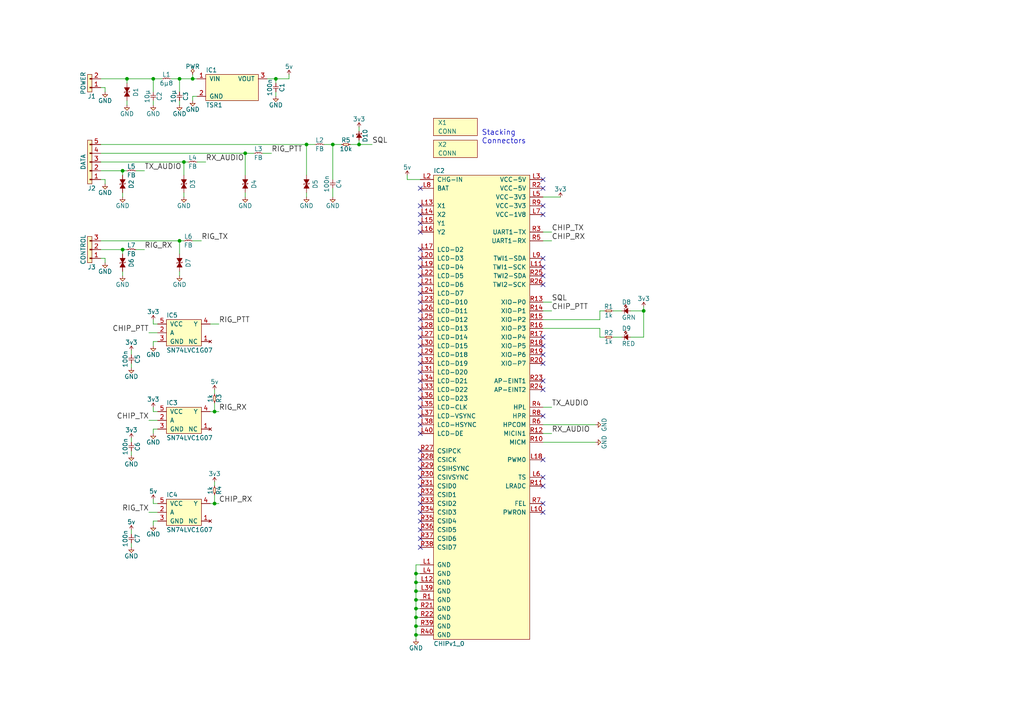
<source format=kicad_sch>
(kicad_sch (version 20230121) (generator eeschema)
  (paper "A4")
  (title_block (title "RIGCHIP") (date "2016-03-27") (rev "1") (company "Dr House Radio Technologies") (comment 1 "Drawn By: Adam Greig"))
  (lib_symbols
    (symbol "rigchip-rescue:3v3" (power) (pin_numbers hide) (pin_names (offset 1.016) hide)
      (property "Value" "3v3" (at 0 2.286 0))
      (symbol "3v3_0_1"
        (polyline (pts (xy 0 1.27) (xy 0.508 0.508)))
        (polyline (pts (xy 0 0) (xy 0 1.27) (xy -0.508 0.508)))
      )
      (symbol "3v3_1_1"
        (pin power_in line (at 0 0 180) (length 0) hide (name "3v3") (number "1"))
      )
    )
    (symbol "rigchip-rescue:5v" (power) (pin_numbers hide) (pin_names (offset 1.016) hide)
      (property "Value" "5v" (at 0 2.286 0))
      (symbol "5v_0_1"
        (polyline (pts (xy 0 1.27) (xy 0.508 0.508)))
        (polyline (pts (xy 0 0) (xy 0 1.27) (xy -0.508 0.508)))
      )
      (symbol "5v_1_1"
        (pin power_in line (at 0 0 180) (length 0) hide (name "5v") (number "1"))
      )
    )
    (symbol "rigchip-rescue:C" (pin_numbers hide) (pin_names (offset 1.016) hide)
      (property "Reference" "C" (at 1.27 1.778 0))
      (property "Value" "C" (at 1.27 -1.778 0))
      (symbol "C_0_1"
        (polyline (pts (xy 1.016 0.762) (xy 1.016 -0.762)))
        (polyline (pts (xy 1.524 0.762) (xy 1.524 -0.762)))
      )
      (symbol "C_1_1"
        (pin passive line (at 0 0 0) (length 1.016) (name "~") (number "1"))
        (pin passive line (at 2.54 0 180) (length 1.016) (name "~") (number "2"))
      )
    )
    (symbol "rigchip-rescue:CHIPv1_0" (pin_names (offset 1.016))
      (property "Reference" "IC" (at -13.97 68.58 0))
      (property "Value" "CHIPv1_0" (at -13.97 -68.58 0))
      (symbol "CHIPv1_0_0_0"
        (pin power_in line (at -17.78 -45.72 0) (length 3.81) (name "GND") (number "L1"))
        (pin input line (at 17.78 -30.48 180) (length 3.81) (name "PWRON") (number "L10"))
        (pin open_collector line (at 17.78 40.64 180) (length 3.81) (name "TWI1-SCK") (number "L11"))
        (pin power_in line (at -17.78 -50.8 0) (length 3.81) (name "GND") (number "L12"))
        (pin input line (at -17.78 58.42 0) (length 3.81) (name "X1") (number "L13"))
        (pin input line (at -17.78 55.88 0) (length 3.81) (name "X2") (number "L14"))
        (pin input line (at -17.78 53.34 0) (length 3.81) (name "Y1") (number "L15"))
        (pin input line (at -17.78 50.8 0) (length 3.81) (name "Y2") (number "L16"))
        (pin bidirectional line (at -17.78 45.72 0) (length 3.81) (name "LCD-D2") (number "L17"))
        (pin output line (at 17.78 -15.24 180) (length 3.81) (name "PWM0") (number "L18"))
        (pin bidirectional line (at -17.78 40.64 0) (length 3.81) (name "LCD-D4") (number "L19"))
        (pin power_in line (at -17.78 66.04 0) (length 3.81) (name "CHG-IN") (number "L2"))
        (pin bidirectional line (at -17.78 43.18 0) (length 3.81) (name "LCD-D3") (number "L20"))
        (pin bidirectional line (at -17.78 35.56 0) (length 3.81) (name "LCD-D6") (number "L21"))
        (pin bidirectional line (at -17.78 38.1 0) (length 3.81) (name "LCD-D5") (number "L22"))
        (pin bidirectional line (at -17.78 30.48 0) (length 3.81) (name "LCD-D10") (number "L23"))
        (pin bidirectional line (at -17.78 33.02 0) (length 3.81) (name "LCD-D7") (number "L24"))
        (pin bidirectional line (at -17.78 25.4 0) (length 3.81) (name "LCD-D12") (number "L25"))
        (pin bidirectional line (at -17.78 27.94 0) (length 3.81) (name "LCD-D11") (number "L26"))
        (pin bidirectional line (at -17.78 20.32 0) (length 3.81) (name "LCD-D14") (number "L27"))
        (pin bidirectional line (at -17.78 22.86 0) (length 3.81) (name "LCD-D13") (number "L28"))
        (pin bidirectional line (at -17.78 15.24 0) (length 3.81) (name "LCD-D18") (number "L29"))
        (pin power_out line (at 17.78 66.04 180) (length 3.81) (name "VCC-5V") (number "L3"))
        (pin bidirectional line (at -17.78 17.78 0) (length 3.81) (name "LCD-D15") (number "L30"))
        (pin bidirectional line (at -17.78 10.16 0) (length 3.81) (name "LCD-D20") (number "L31"))
        (pin bidirectional line (at -17.78 12.7 0) (length 3.81) (name "LCD-D19") (number "L32"))
        (pin bidirectional line (at -17.78 5.08 0) (length 3.81) (name "LCD-D22") (number "L33"))
        (pin bidirectional line (at -17.78 7.62 0) (length 3.81) (name "LCD-D21") (number "L34"))
        (pin bidirectional line (at -17.78 0 0) (length 3.81) (name "LCD-CLK") (number "L35"))
        (pin bidirectional line (at -17.78 2.54 0) (length 3.81) (name "LCD-D23") (number "L36"))
        (pin bidirectional line (at -17.78 -2.54 0) (length 3.81) (name "LCD-VSYNC") (number "L37"))
        (pin bidirectional line (at -17.78 -5.08 0) (length 3.81) (name "LCD-HSYNC") (number "L38"))
        (pin power_in line (at -17.78 -53.34 0) (length 3.81) (name "GND") (number "L39"))
        (pin power_in line (at -17.78 -48.26 0) (length 3.81) (name "GND") (number "L4"))
        (pin bidirectional line (at -17.78 -7.62 0) (length 3.81) (name "LCD-DE") (number "L40"))
        (pin power_out line (at 17.78 60.96 180) (length 3.81) (name "VCC-3V3") (number "L5"))
        (pin input line (at 17.78 -20.32 180) (length 3.81) (name "TS") (number "L6"))
        (pin power_out line (at 17.78 55.88 180) (length 3.81) (name "VCC-1V8") (number "L7"))
        (pin power_in line (at -17.78 63.5 0) (length 3.81) (name "BAT") (number "L8"))
        (pin open_collector line (at 17.78 43.18 180) (length 3.81) (name "TWI1-SDA") (number "L9"))
        (pin power_in line (at -17.78 -55.88 0) (length 3.81) (name "GND") (number "R1"))
        (pin input line (at 17.78 -10.16 180) (length 3.81) (name "MICM") (number "R10"))
        (pin input line (at 17.78 -22.86 180) (length 3.81) (name "LRADC") (number "R11"))
        (pin input line (at 17.78 -7.62 180) (length 3.81) (name "MICIN1") (number "R12"))
        (pin bidirectional line (at 17.78 30.48 180) (length 3.81) (name "XIO-P0") (number "R13"))
        (pin bidirectional line (at 17.78 27.94 180) (length 3.81) (name "XIO-P1") (number "R14"))
        (pin bidirectional line (at 17.78 25.4 180) (length 3.81) (name "XIO-P2") (number "R15"))
        (pin bidirectional line (at 17.78 22.86 180) (length 3.81) (name "XIO-P3") (number "R16"))
        (pin bidirectional line (at 17.78 20.32 180) (length 3.81) (name "XIO-P4") (number "R17"))
        (pin bidirectional line (at 17.78 17.78 180) (length 3.81) (name "XIO-P5") (number "R18"))
        (pin bidirectional line (at 17.78 15.24 180) (length 3.81) (name "XIO-P6") (number "R19"))
        (pin power_out line (at 17.78 63.5 180) (length 3.81) (name "VCC-5V") (number "R2"))
        (pin bidirectional line (at 17.78 12.7 180) (length 3.81) (name "XIO-P7") (number "R20"))
        (pin power_in line (at -17.78 -58.42 0) (length 3.81) (name "GND") (number "R21"))
        (pin power_in line (at -17.78 -60.96 0) (length 3.81) (name "GND") (number "R22"))
        (pin input line (at 17.78 7.62 180) (length 3.81) (name "AP-EINT1") (number "R23"))
        (pin input line (at 17.78 5.08 180) (length 3.81) (name "AP-EINT2") (number "R24"))
        (pin open_collector line (at 17.78 38.1 180) (length 3.81) (name "TWI2-SDA") (number "R25"))
        (pin open_collector line (at 17.78 35.56 180) (length 3.81) (name "TWI2-SCK") (number "R26"))
        (pin bidirectional line (at -17.78 -12.7 0) (length 3.81) (name "CSIPCK") (number "R27"))
        (pin bidirectional line (at -17.78 -15.24 0) (length 3.81) (name "CSICK") (number "R28"))
        (pin bidirectional line (at -17.78 -17.78 0) (length 3.81) (name "CSIHSYNC") (number "R29"))
        (pin output line (at 17.78 50.8 180) (length 3.81) (name "UART1-TX") (number "R3"))
        (pin bidirectional line (at -17.78 -20.32 0) (length 3.81) (name "CSIVSYNC") (number "R30"))
        (pin bidirectional line (at -17.78 -22.86 0) (length 3.81) (name "CSID0") (number "R31"))
        (pin bidirectional line (at -17.78 -25.4 0) (length 3.81) (name "CSID1") (number "R32"))
        (pin bidirectional line (at -17.78 -27.94 0) (length 3.81) (name "CSID2") (number "R33"))
        (pin bidirectional line (at -17.78 -30.48 0) (length 3.81) (name "CSID3") (number "R34"))
        (pin bidirectional line (at -17.78 -33.02 0) (length 3.81) (name "CSID4") (number "R35"))
        (pin bidirectional line (at -17.78 -35.56 0) (length 3.81) (name "CSID5") (number "R36"))
        (pin bidirectional line (at -17.78 -38.1 0) (length 3.81) (name "CSID6") (number "R37"))
        (pin bidirectional line (at -17.78 -40.64 0) (length 3.81) (name "CSID7") (number "R38"))
        (pin power_in line (at -17.78 -63.5 0) (length 3.81) (name "GND") (number "R39"))
        (pin output line (at 17.78 0 180) (length 3.81) (name "HPL") (number "R4"))
        (pin power_in line (at -17.78 -66.04 0) (length 3.81) (name "GND") (number "R40"))
        (pin input line (at 17.78 48.26 180) (length 3.81) (name "UART1-RX") (number "R5"))
        (pin output line (at 17.78 -5.08 180) (length 3.81) (name "HPCOM") (number "R6"))
        (pin input line (at 17.78 -27.94 180) (length 3.81) (name "FEL") (number "R7"))
        (pin output line (at 17.78 -2.54 180) (length 3.81) (name "HPR") (number "R8"))
        (pin power_out line (at 17.78 58.42 180) (length 3.81) (name "VCC-3V3") (number "R9"))
      )
      (symbol "CHIPv1_0_0_1"
        (rectangle (start -13.97 67.31) (end 13.97 -67.31) (fill (type background)))
      )
    )
    (symbol "rigchip-rescue:CONN_01x02" (pin_names (offset 0.0254) hide)
      (property "Reference" "J" (at -1.27 2.54 0))
      (property "Value" "CONN_01x02" (at -1.27 -5.08 0))
      (symbol "CONN_01x02_0_1"
        (rectangle (start 0 -2.413) (end -0.635 -2.667) (fill (type outline)))
        (rectangle (start 0 0.127) (end -0.635 -0.127) (fill (type outline)))
        (rectangle (start 0 1.27) (end -1.27 -3.81) (fill (type background)))
      )
      (symbol "CONN_01x02_1_1"
        (pin passive line (at 2.54 0 180) (length 2.54) (name "1") (number "1"))
        (pin passive line (at 2.54 -2.54 180) (length 2.54) (name "2") (number "2"))
      )
    )
    (symbol "rigchip-rescue:CONN_01x03" (pin_names (offset 0.0254) hide)
      (property "Reference" "J" (at -1.27 2.54 0))
      (property "Value" "CONN_01x03" (at -1.27 -7.62 0))
      (symbol "CONN_01x03_0_1"
        (rectangle (start 0 -4.953) (end -0.635 -5.207) (fill (type outline)))
        (rectangle (start 0 -2.413) (end -0.635 -2.667) (fill (type outline)))
        (rectangle (start 0 0.127) (end -0.635 -0.127) (fill (type outline)))
        (rectangle (start 0 1.27) (end -1.27 -6.35) (fill (type background)))
      )
      (symbol "CONN_01x03_1_1"
        (pin passive line (at 2.54 0 180) (length 2.54) (name "1") (number "1"))
        (pin passive line (at 2.54 -2.54 180) (length 2.54) (name "2") (number "2"))
        (pin passive line (at 2.54 -5.08 180) (length 2.54) (name "3") (number "3"))
      )
    )
    (symbol "rigchip-rescue:CONN_01x05" (pin_names (offset 0.0254) hide)
      (property "Reference" "J" (at -1.27 2.54 0))
      (property "Value" "CONN_01x05" (at -1.27 -12.7 0))
      (symbol "CONN_01x05_0_1"
        (rectangle (start 0 -10.033) (end -0.635 -10.287) (fill (type outline)))
        (rectangle (start 0 -7.493) (end -0.635 -7.747) (fill (type outline)))
        (rectangle (start 0 -4.953) (end -0.635 -5.207) (fill (type outline)))
        (rectangle (start 0 -2.413) (end -0.635 -2.667) (fill (type outline)))
        (rectangle (start 0 0.127) (end -0.635 -0.127) (fill (type outline)))
        (rectangle (start 0 1.27) (end -1.27 -11.43) (fill (type background)))
      )
      (symbol "CONN_01x05_1_1"
        (pin passive line (at 2.54 0 180) (length 2.54) (name "1") (number "1"))
        (pin passive line (at 2.54 -2.54 180) (length 2.54) (name "2") (number "2"))
        (pin passive line (at 2.54 -5.08 180) (length 2.54) (name "3") (number "3"))
        (pin passive line (at 2.54 -7.62 180) (length 2.54) (name "4") (number "4"))
        (pin passive line (at 2.54 -10.16 180) (length 2.54) (name "5") (number "5"))
      )
    )
    (symbol "rigchip-rescue:ESD_DIODE" (pin_numbers hide) (pin_names (offset 0) hide)
      (property "Reference" "D" (at -1.27 2.54 0))
      (symbol "ESD_DIODE_0_1"
        (polyline (pts (xy 0 -0.762) (xy 0.254 -0.762)))
        (polyline (pts (xy 0 0.762) (xy -0.254 0.762)))
        (polyline (pts (xy 0 0.762) (xy 0 -0.762)))
        (polyline (pts (xy 0 0) (xy -1.27 0.762) (xy -1.27 -0.762) (xy 0 0)) (fill (type outline)))
        (polyline (pts (xy 0 0) (xy 1.27 0.762) (xy 1.27 -0.762) (xy 0 0)) (fill (type outline)))
      )
      (symbol "ESD_DIODE_1_1"
        (pin passive line (at -2.54 0 0) (length 1.27) (name "1") (number "1"))
        (pin passive line (at 2.54 0 180) (length 1.27) (name "2") (number "2"))
      )
    )
    (symbol "rigchip-rescue:GND" (power) (pin_numbers hide) (pin_names (offset 1.016) hide)
      (property "Value" "GND" (at 0 -2.54 0))
      (symbol "GND_0_1"
        (polyline (pts (xy 0 0) (xy 0 -0.762)))
        (polyline (pts (xy -0.762 -0.762) (xy 0.762 -0.762) (xy 0 -1.524) (xy -0.762 -0.762)) (fill (type background)))
      )
      (symbol "GND_1_1"
        (pin power_in line (at 0 0 180) (length 0) hide (name "GND") (number "1"))
      )
    )
    (symbol "rigchip-rescue:L" (pin_numbers hide) (pin_names (offset 1.016) hide)
      (property "Reference" "L" (at 1.27 1.27 0))
      (property "Value" "L" (at 1.27 -1.27 0))
      (symbol "L_0_1"
        (arc (start 1.016 0) (mid 0.762 0.2529) (end 0.508 0))
        (arc (start 1.524 0) (mid 1.27 0.2529) (end 1.016 0))
        (arc (start 2.032 0) (mid 1.778 0.2529) (end 1.524 0))
      )
      (symbol "L_1_1"
        (pin passive line (at 0 0 0) (length 0.508) (name "~") (number "1"))
        (pin passive line (at 2.54 0 180) (length 0.508) (name "~") (number "2"))
      )
    )
    (symbol "rigchip-rescue:LED" (pin_numbers hide) (pin_names (offset 1.016) hide)
      (property "Reference" "D" (at 0 2.54 0))
      (property "Value" "LED" (at 0 -1.905 0))
      (symbol "LED_0_1"
        (polyline (pts (xy 0.762 0.762) (xy 0.762 -0.762)))
        (polyline (pts (xy 0.762 0) (xy 1.778 0.762) (xy 1.778 -0.762) (xy 0.762 0)) (fill (type outline)))
        (polyline (pts (xy 1.524 1.016) (xy 1.27 1.27) (xy 1.524 1.27) (xy 1.016 1.778) (xy 1.016 1.524) (xy 1.27 1.778) (xy 1.016 1.778)))
        (polyline (pts (xy 1.27 0.762) (xy 1.016 1.016) (xy 1.27 1.016) (xy 1.016 1.27) (xy 0.762 1.524) (xy 0.762 1.27) (xy 1.016 1.524) (xy 0.762 1.524)))
      )
      (symbol "LED_1_1"
        (pin passive line (at 0 0 0) (length 0.762) (name "~") (number "1"))
        (pin passive line (at 2.54 0 180) (length 0.762) (name "~") (number "2"))
      )
    )
    (symbol "rigchip-rescue:PART" (pin_names (offset 1.016))
      (property "Reference" "X" (at 1.27 2.54 0))
      (property "Value" "PART" (at 1.27 0 0))
      (symbol "PART_0_1"
        (rectangle (start 0 3.81) (end 12.7 -1.27) (fill (type background)))
      )
    )
    (symbol "rigchip-rescue:PWR" (power) (pin_numbers hide) (pin_names (offset 1.016) hide)
      (property "Value" "PWR" (at 0 2.286 0))
      (symbol "PWR_0_1"
        (polyline (pts (xy 0 0.508) (xy -0.508 1.016) (xy 0 1.524) (xy 0.508 1.016) (xy 0 0.508)) (fill (type background)))
      )
      (symbol "PWR_1_1"
        (pin power_out line (at 0 0 90) (length 0.508) (name "pwr") (number "1"))
      )
    )
    (symbol "rigchip-rescue:R" (pin_numbers hide) (pin_names (offset 1.016) hide)
      (property "Reference" "R" (at 1.27 1.27 0))
      (property "Value" "R" (at 1.27 -1.27 0))
      (symbol "R_0_1"
        (rectangle (start 0.508 0.254) (end 2.032 -0.254) (fill (type background)))
      )
      (symbol "R_1_1"
        (pin passive line (at 0 0 0) (length 0.508) (name "~") (number "1"))
        (pin passive line (at 2.54 0 180) (length 0.508) (name "~") (number "2"))
      )
    )
    (symbol "rigchip-rescue:SCHOTTKY" (pin_numbers hide) (pin_names (offset 1.016) hide)
      (property "Reference" "D" (at 1.27 1.778 0))
      (property "Value" "SCHOTTKY" (at 1.27 -1.778 0))
      (symbol "SCHOTTKY_0_1"
        (polyline (pts (xy 0.762 0.762) (xy 0.762 -0.762)))
        (polyline (pts (xy 0.762 -0.762) (xy 1.016 -0.762) (xy 1.016 -0.508)))
        (polyline (pts (xy 0.762 0.762) (xy 0.508 0.762) (xy 0.508 0.508)))
        (polyline (pts (xy 1.778 0.762) (xy 0.762 0) (xy 1.778 -0.762) (xy 1.778 0.762)) (fill (type outline)))
      )
      (symbol "SCHOTTKY_1_1"
        (pin passive line (at 0 0 0) (length 0.762) (name "~") (number "1"))
        (pin passive line (at 2.54 0 180) (length 0.762) (name "~") (number "2"))
      )
    )
    (symbol "rigchip-rescue:SN74LVC1G07" (pin_names (offset 1.016))
      (property "Reference" "IC" (at -5.08 5.08 0))
      (property "Value" "SN74LVC1G07" (at -5.08 -5.08 0))
      (symbol "SN74LVC1G07_0_0"
        (pin no_connect line (at 7.62 -2.54 180) (length 2.54) (name "NC") (number "1"))
        (pin input line (at -7.62 0 0) (length 2.54) (name "A") (number "2"))
        (pin power_in line (at -7.62 -2.54 0) (length 2.54) (name "GND") (number "3"))
        (pin open_collector line (at 7.62 2.54 180) (length 2.54) (name "Y") (number "4"))
        (pin power_in line (at -7.62 2.54 0) (length 2.54) (name "VCC") (number "5"))
      )
      (symbol "SN74LVC1G07_0_1"
        (rectangle (start -5.08 3.81) (end 5.08 -3.81) (fill (type background)))
      )
    )
    (symbol "rigchip-rescue:TSR1" (pin_names (offset 1.016))
      (property "Reference" "IC" (at -7.62 5.08 0))
      (property "Value" "TSR1" (at -7.62 -5.08 0))
      (symbol "TSR1_0_0"
        (pin power_in line (at -10.16 2.54 0) (length 2.54) (name "VIN") (number "1"))
        (pin power_in line (at -10.16 -2.54 0) (length 2.54) (name "GND") (number "2"))
        (pin power_out line (at 10.16 2.54 180) (length 2.54) (name "VOUT") (number "3"))
      )
      (symbol "TSR1_0_1"
        (rectangle (start -7.62 3.81) (end 7.62 -3.81) (fill (type background)))
      )
    )
  )
  (junction (at 120.65 179.07))
  (junction (at 120.65 181.61))
  (junction (at 35.56 49.53))
  (junction (at 96.52 41.91))
  (junction (at 120.65 171.45))
  (junction (at 120.65 166.37))
  (junction (at 53.34 46.99))
  (junction (at 186.69 90.17))
  (junction (at 120.65 168.91))
  (junction (at 120.65 184.15))
  (junction (at 62.23 146.05))
  (junction (at 62.23 119.38))
  (junction (at 120.65 176.53))
  (junction (at 44.45 22.86))
  (junction (at 71.12 44.45))
  (junction (at 80.01 22.86))
  (junction (at 35.56 72.39))
  (junction (at 52.07 69.85))
  (junction (at 55.88 22.86))
  (junction (at 52.07 22.86))
  (junction (at 120.65 173.99))
  (junction (at 104.14 41.91))
  (junction (at 36.83 22.86))
  (junction (at 88.9 41.91))
  (no_connect (at 121.92 74.93))
  (no_connect (at 157.48 82.55))
  (no_connect (at 121.92 107.95))
  (no_connect (at 157.48 133.35))
  (no_connect (at 157.48 140.97))
  (no_connect (at 121.92 90.17))
  (no_connect (at 157.48 102.87))
  (no_connect (at 121.92 135.89))
  (no_connect (at 121.92 59.69))
  (no_connect (at 121.92 140.97))
  (no_connect (at 121.92 80.01))
  (no_connect (at 121.92 125.73))
  (no_connect (at 121.92 100.33))
  (no_connect (at 157.48 62.23))
  (no_connect (at 121.92 97.79))
  (no_connect (at 121.92 95.25))
  (no_connect (at 157.48 74.93))
  (no_connect (at 121.92 64.77))
  (no_connect (at 157.48 110.49))
  (no_connect (at 157.48 120.65))
  (no_connect (at 157.48 148.59))
  (no_connect (at 157.48 105.41))
  (no_connect (at 121.92 120.65))
  (no_connect (at 121.92 133.35))
  (no_connect (at 121.92 158.75))
  (no_connect (at 121.92 85.09))
  (no_connect (at 157.48 113.03))
  (no_connect (at 121.92 138.43))
  (no_connect (at 121.92 115.57))
  (no_connect (at 157.48 59.69))
  (no_connect (at 121.92 123.19))
  (no_connect (at 121.92 148.59))
  (no_connect (at 121.92 102.87))
  (no_connect (at 157.48 80.01))
  (no_connect (at 157.48 146.05))
  (no_connect (at 121.92 146.05))
  (no_connect (at 121.92 105.41))
  (no_connect (at 121.92 156.21))
  (no_connect (at 121.92 110.49))
  (no_connect (at 121.92 118.11))
  (no_connect (at 121.92 151.13))
  (no_connect (at 121.92 62.23))
  (no_connect (at 157.48 54.61))
  (no_connect (at 121.92 82.55))
  (no_connect (at 121.92 54.61))
  (no_connect (at 157.48 97.79))
  (no_connect (at 121.92 67.31))
  (no_connect (at 121.92 153.67))
  (no_connect (at 121.92 113.03))
  (no_connect (at 121.92 130.81))
  (no_connect (at 157.48 138.43))
  (no_connect (at 121.92 92.71))
  (no_connect (at 157.48 77.47))
  (no_connect (at 157.48 100.33))
  (no_connect (at 121.92 87.63))
  (no_connect (at 121.92 77.47))
  (no_connect (at 157.48 52.07))
  (no_connect (at 121.92 72.39))
  (no_connect (at 121.92 143.51))
  (wire (pts (xy 93.98 41.91) (xy 96.52 41.91)))
  (wire (pts (xy 44.45 118.11) (xy 44.45 119.38)))
  (wire (pts (xy 44.45 99.06) (xy 44.45 100.33)))
  (wire (pts (xy 44.45 152.4) (xy 44.45 151.13)))
  (wire (pts (xy 88.9 41.91) (xy 88.9 50.8)))
  (wire (pts (xy 38.1 132.08) (xy 38.1 130.81)))
  (wire (pts (xy 52.07 78.74) (xy 52.07 80.01)))
  (wire (pts (xy 38.1 158.75) (xy 38.1 157.48)))
  (wire (pts (xy 35.56 72.39) (xy 35.56 73.66)))
  (wire (pts (xy 39.37 72.39) (xy 41.91 72.39)))
  (wire (pts (xy 36.83 22.86) (xy 44.45 22.86)))
  (wire (pts (xy 35.56 49.53) (xy 35.56 50.8)))
  (wire (pts (xy 88.9 41.91) (xy 91.44 41.91)))
  (wire (pts (xy 160.02 90.17) (xy 157.48 90.17)))
  (wire (pts (xy 172.72 128.27) (xy 157.48 128.27)))
  (wire (pts (xy 44.45 144.78) (xy 44.45 146.05)))
  (wire (pts (xy 44.45 124.46) (xy 44.45 125.73)))
  (wire (pts (xy 104.14 41.91) (xy 104.14 40.64)))
  (wire (pts (xy 80.01 24.13) (xy 80.01 22.86)))
  (wire (pts (xy 177.8 97.79) (xy 180.34 97.79)))
  (wire (pts (xy 71.12 44.45) (xy 71.12 50.8)))
  (wire (pts (xy 120.65 184.15) (xy 121.92 184.15)))
  (wire (pts (xy 29.21 74.93) (xy 30.48 74.93)))
  (wire (pts (xy 186.69 97.79) (xy 182.88 97.79)))
  (wire (pts (xy 160.02 67.31) (xy 157.48 67.31)))
  (wire (pts (xy 62.23 146.05) (xy 63.5 146.05)))
  (wire (pts (xy 55.88 27.94) (xy 55.88 29.21)))
  (wire (pts (xy 29.21 69.85) (xy 52.07 69.85)))
  (wire (pts (xy 29.21 22.86) (xy 36.83 22.86)))
  (wire (pts (xy 157.48 57.15) (xy 162.56 57.15)))
  (wire (pts (xy 121.92 163.83) (xy 120.65 163.83)))
  (wire (pts (xy 62.23 113.03) (xy 62.23 114.3)))
  (wire (pts (xy 157.48 118.11) (xy 160.02 118.11)))
  (wire (pts (xy 45.72 121.92) (xy 43.18 121.92)))
  (wire (pts (xy 62.23 139.7) (xy 62.23 140.97)))
  (wire (pts (xy 62.23 146.05) (xy 62.23 143.51)))
  (wire (pts (xy 120.65 166.37) (xy 120.65 168.91)))
  (wire (pts (xy 49.53 22.86) (xy 52.07 22.86)))
  (wire (pts (xy 96.52 41.91) (xy 99.06 41.91)))
  (wire (pts (xy 121.92 171.45) (xy 120.65 171.45)))
  (wire (pts (xy 44.45 29.21) (xy 44.45 30.48)))
  (wire (pts (xy 55.88 22.86) (xy 57.15 22.86)))
  (wire (pts (xy 120.65 184.15) (xy 120.65 185.42)))
  (wire (pts (xy 35.56 49.53) (xy 36.83 49.53)))
  (wire (pts (xy 29.21 72.39) (xy 35.56 72.39)))
  (wire (pts (xy 44.45 151.13) (xy 45.72 151.13)))
  (wire (pts (xy 71.12 44.45) (xy 73.66 44.45)))
  (wire (pts (xy 53.34 46.99) (xy 54.61 46.99)))
  (wire (pts (xy 52.07 69.85) (xy 53.34 69.85)))
  (wire (pts (xy 29.21 44.45) (xy 71.12 44.45)))
  (wire (pts (xy 29.21 46.99) (xy 53.34 46.99)))
  (wire (pts (xy 60.96 119.38) (xy 62.23 119.38)))
  (wire (pts (xy 120.65 171.45) (xy 120.65 173.99)))
  (wire (pts (xy 157.48 95.25) (xy 173.99 95.25)))
  (wire (pts (xy 121.92 181.61) (xy 120.65 181.61)))
  (wire (pts (xy 60.96 146.05) (xy 62.23 146.05)))
  (wire (pts (xy 120.65 181.61) (xy 120.65 184.15)))
  (wire (pts (xy 55.88 69.85) (xy 58.42 69.85)))
  (wire (pts (xy 118.11 52.07) (xy 121.92 52.07)))
  (wire (pts (xy 30.48 52.07) (xy 30.48 53.34)))
  (wire (pts (xy 83.82 22.86) (xy 83.82 21.59)))
  (wire (pts (xy 160.02 125.73) (xy 157.48 125.73)))
  (wire (pts (xy 104.14 41.91) (xy 107.95 41.91)))
  (wire (pts (xy 59.69 46.99) (xy 57.15 46.99)))
  (wire (pts (xy 101.6 41.91) (xy 104.14 41.91)))
  (wire (pts (xy 36.83 29.21) (xy 36.83 30.48)))
  (wire (pts (xy 118.11 52.07) (xy 118.11 50.8)))
  (wire (pts (xy 44.45 146.05) (xy 45.72 146.05)))
  (wire (pts (xy 35.56 72.39) (xy 36.83 72.39)))
  (wire (pts (xy 120.65 168.91) (xy 121.92 168.91)))
  (wire (pts (xy 53.34 55.88) (xy 53.34 57.15)))
  (wire (pts (xy 186.69 88.9) (xy 186.69 90.17)))
  (wire (pts (xy 30.48 74.93) (xy 30.48 76.2)))
  (wire (pts (xy 157.48 123.19) (xy 172.72 123.19)))
  (wire (pts (xy 38.1 102.87) (xy 38.1 101.6)))
  (wire (pts (xy 173.99 92.71) (xy 173.99 90.17)))
  (wire (pts (xy 43.18 148.59) (xy 45.72 148.59)))
  (wire (pts (xy 52.07 22.86) (xy 52.07 26.67)))
  (wire (pts (xy 38.1 128.27) (xy 38.1 127)))
  (wire (pts (xy 45.72 124.46) (xy 44.45 124.46)))
  (wire (pts (xy 96.52 54.61) (xy 96.52 57.15)))
  (wire (pts (xy 120.65 173.99) (xy 120.65 176.53)))
  (wire (pts (xy 29.21 41.91) (xy 88.9 41.91)))
  (wire (pts (xy 53.34 46.99) (xy 53.34 50.8)))
  (wire (pts (xy 77.47 22.86) (xy 80.01 22.86)))
  (wire (pts (xy 88.9 55.88) (xy 88.9 57.15)))
  (wire (pts (xy 173.99 95.25) (xy 173.99 97.79)))
  (wire (pts (xy 39.37 49.53) (xy 41.91 49.53)))
  (wire (pts (xy 44.45 22.86) (xy 46.99 22.86)))
  (wire (pts (xy 44.45 92.71) (xy 44.45 93.98)))
  (wire (pts (xy 45.72 96.52) (xy 43.18 96.52)))
  (wire (pts (xy 186.69 90.17) (xy 186.69 97.79)))
  (wire (pts (xy 120.65 168.91) (xy 120.65 171.45)))
  (wire (pts (xy 104.14 36.83) (xy 104.14 38.1)))
  (wire (pts (xy 62.23 119.38) (xy 63.5 119.38)))
  (wire (pts (xy 173.99 97.79) (xy 175.26 97.79)))
  (wire (pts (xy 76.2 44.45) (xy 78.74 44.45)))
  (wire (pts (xy 60.96 93.98) (xy 63.5 93.98)))
  (wire (pts (xy 120.65 173.99) (xy 121.92 173.99)))
  (wire (pts (xy 160.02 87.63) (xy 157.48 87.63)))
  (wire (pts (xy 177.8 90.17) (xy 180.34 90.17)))
  (wire (pts (xy 44.45 93.98) (xy 45.72 93.98)))
  (wire (pts (xy 45.72 99.06) (xy 44.45 99.06)))
  (wire (pts (xy 52.07 69.85) (xy 52.07 73.66)))
  (wire (pts (xy 38.1 106.68) (xy 38.1 105.41)))
  (wire (pts (xy 120.65 176.53) (xy 120.65 179.07)))
  (wire (pts (xy 121.92 166.37) (xy 120.65 166.37)))
  (wire (pts (xy 29.21 52.07) (xy 30.48 52.07)))
  (wire (pts (xy 80.01 27.94) (xy 80.01 26.67)))
  (wire (pts (xy 120.65 179.07) (xy 120.65 181.61)))
  (wire (pts (xy 44.45 22.86) (xy 44.45 26.67)))
  (wire (pts (xy 62.23 116.84) (xy 62.23 119.38)))
  (wire (pts (xy 80.01 22.86) (xy 83.82 22.86)))
  (wire (pts (xy 30.48 25.4) (xy 29.21 25.4)))
  (wire (pts (xy 173.99 90.17) (xy 175.26 90.17)))
  (wire (pts (xy 36.83 24.13) (xy 36.83 22.86)))
  (wire (pts (xy 35.56 55.88) (xy 35.56 57.15)))
  (wire (pts (xy 55.88 21.59) (xy 55.88 22.86)))
  (wire (pts (xy 52.07 22.86) (xy 55.88 22.86)))
  (wire (pts (xy 157.48 92.71) (xy 173.99 92.71)))
  (wire (pts (xy 121.92 176.53) (xy 120.65 176.53)))
  (wire (pts (xy 30.48 25.4) (xy 30.48 26.67)))
  (wire (pts (xy 120.65 179.07) (xy 121.92 179.07)))
  (wire (pts (xy 29.21 49.53) (xy 35.56 49.53)))
  (wire (pts (xy 57.15 27.94) (xy 55.88 27.94)))
  (wire (pts (xy 35.56 80.01) (xy 35.56 78.74)))
  (wire (pts (xy 71.12 55.88) (xy 71.12 57.15)))
  (wire (pts (xy 52.07 29.21) (xy 52.07 30.48)))
  (wire (pts (xy 120.65 163.83) (xy 120.65 166.37)))
  (wire (pts (xy 160.02 69.85) (xy 157.48 69.85)))
  (wire (pts (xy 38.1 154.94) (xy 38.1 153.67)))
  (wire (pts (xy 96.52 41.91) (xy 96.52 52.07)))
  (wire (pts (xy 182.88 90.17) (xy 186.69 90.17)))
  (wire (pts (xy 44.45 119.38) (xy 45.72 119.38)))
  (text "Stacking\nConnectors" (at 139.7 41.91 0) (effects (font (size 1.524 1.524)) (justify left bottom)))
  (label "RIG_PTT" (at 78.74 44.45 0) (effects (font (size 1.524 1.524))))
  (label "RX_AUDIO" (at 160.02 125.73 0) (effects (font (size 1.524 1.524))))
  (label "CHIP_PTT" (at 43.18 96.52 180) (effects (font (size 1.524 1.524))))
  (label "CHIP_RX" (at 63.5 146.05 0) (effects (font (size 1.524 1.524))))
  (label "TX_AUDIO" (at 41.91 49.53 0) (effects (font (size 1.524 1.524))))
  (label "SQL" (at 107.95 41.91 0) (effects (font (size 1.524 1.524))))
  (label "RX_AUDIO" (at 59.69 46.99 0) (effects (font (size 1.524 1.524))))
  (label "CHIP_PTT" (at 160.02 90.17 0) (effects (font (size 1.524 1.524))))
  (label "RIG_RX" (at 41.91 72.39 0) (effects (font (size 1.524 1.524))))
  (label "CHIP_TX" (at 160.02 67.31 0) (effects (font (size 1.524 1.524))))
  (label "SQL" (at 160.02 87.63 0) (effects (font (size 1.524 1.524))))
  (label "RIG_TX" (at 58.42 69.85 0) (effects (font (size 1.524 1.524))))
  (label "RIG_RX" (at 63.5 119.38 0) (effects (font (size 1.524 1.524))))
  (label "CHIP_RX" (at 160.02 69.85 0) (effects (font (size 1.524 1.524))))
  (label "RIG_TX" (at 43.18 148.59 180) (effects (font (size 1.524 1.524))))
  (label "CHIP_TX" (at 43.18 121.92 180) (effects (font (size 1.524 1.524))))
  (label "TX_AUDIO" (at 160.02 118.11 0) (effects (font (size 1.524 1.524))))
  (label "RIG_PTT" (at 63.5 93.98 0) (effects (font (size 1.524 1.524))))
  (symbol (lib_id "rigchip-rescue:CHIPv1_0") (at 139.7 118.11 0) (unit 1)
    (property "Reference" "IC2" (at 125.73 49.53 0) (effects (justify left)))
    (property "Value" "CHIPv1_0" (at 125.73 186.69 0) (effects (justify left)))
    (property "Footprint" "agg:CHIPv1_0" (effects hide))
    (property "Datasheet" "http://docs.getchip.com/#chip-hardware" (effects hide))
  )
  (symbol (lib_id "rigchip-rescue:CONN_01x05") (at 26.67 52.07 0) (mirror x) (unit 1)
    (property "Reference" "J2" (at 25.4 54.61 0) (effects (justify left)))
    (property "Value" "DATA" (at 24.13 46.99 90))
    (property "Footprint" "agg:S05B-PASK-2" (effects hide))
    (property "Farnell" "1830750" (effects hide))
  )
  (symbol (lib_id "rigchip-rescue:CONN_01x03") (at 26.67 74.93 0) (mirror x) (unit 1)
    (property "Reference" "J3" (at 25.4 77.47 0) (effects (justify left)))
    (property "Value" "CONTROL" (at 24.13 72.39 90))
    (property "Footprint" "agg:S03B-PASK-2" (effects hide))
    (property "Farnell" "1830748" (effects hide))
  )
  (symbol (lib_id "rigchip-rescue:CONN_01x02") (at 26.67 25.4 0) (mirror x) (unit 1)
    (property "Reference" "J1" (at 25.4 27.94 0) (effects (justify left)))
    (property "Value" "POWER" (at 24.13 24.13 90))
    (property "Footprint" "agg:S02B-PASK-2" (effects hide))
    (property "Farnell" "1830747" (effects hide))
  )
  (symbol (lib_id "rigchip-rescue:TSR1") (at 67.31 25.4 0) (unit 1)
    (property "Reference" "IC1" (at 59.69 20.32 0) (effects (justify left)))
    (property "Value" "TSR1" (at 59.69 30.48 0) (effects (justify left)))
    (property "Footprint" "agg:TSR1" (effects hide))
    (property "Datasheet" "http://www.tracopower.com/products/tsr1.pdf" (effects hide))
    (property "Farnell" "1696320" (effects hide))
  )
  (symbol (lib_id "rigchip-rescue:C") (at 44.45 26.67 270) (unit 1)
    (property "Reference" "C2" (at 46.228 27.94 0))
    (property "Value" "10µ" (at 42.672 27.94 0))
    (property "Footprint" "agg:1206" (effects hide))
    (property "Farnell" "2211092" (effects hide))
  )
  (symbol (lib_id "rigchip-rescue:C") (at 52.07 26.67 270) (unit 1)
    (property "Reference" "C3" (at 53.848 27.94 0))
    (property "Value" "10µ" (at 50.292 27.94 0))
    (property "Footprint" "agg:1206" (effects hide))
    (property "Farnell" "2211092" (effects hide))
  )
  (symbol (lib_id "rigchip-rescue:L") (at 46.99 22.86 0) (unit 1)
    (property "Reference" "L1" (at 48.26 21.59 0))
    (property "Value" "6µ8" (at 48.26 24.13 0))
    (property "Footprint" "agg:TYS5040" (effects hide))
    (property "Datasheet" "http://www.farnell.com/datasheets/1685894.pdf" (effects hide))
    (property "Farnell" "2292530" (effects hide))
  )
  (symbol (lib_id "rigchip-rescue:ESD_DIODE") (at 36.83 26.67 270) (unit 1)
    (property "Reference" "D1" (at 39.37 25.4 0) (effects (justify left)))
    (property "Value" "ESD_DIODE" (effects hide))
    (property "Footprint" "agg:0402" (effects hide))
    (property "Farnell" "2368169" (effects hide))
  )
  (symbol (lib_id "rigchip-rescue:ESD_DIODE") (at 35.56 76.2 270) (unit 1)
    (property "Reference" "D6" (at 38.1 74.93 0) (effects (justify left)))
    (property "Value" "ESD_DIODE" (effects hide))
    (property "Footprint" "agg:0402" (effects hide))
    (property "Farnell" "2368169" (effects hide))
  )
  (symbol (lib_id "rigchip-rescue:ESD_DIODE") (at 52.07 76.2 270) (unit 1)
    (property "Reference" "D7" (at 54.61 74.93 0) (effects (justify left)))
    (property "Value" "ESD_DIODE" (effects hide))
    (property "Footprint" "agg:0402" (effects hide))
    (property "Farnell" "2368169" (effects hide))
  )
  (symbol (lib_id "rigchip-rescue:ESD_DIODE") (at 88.9 53.34 270) (unit 1)
    (property "Reference" "D5" (at 91.44 52.07 0) (effects (justify left)))
    (property "Value" "ESD_DIODE" (effects hide))
    (property "Footprint" "agg:0402" (effects hide))
    (property "Farnell" "2368169" (effects hide))
  )
  (symbol (lib_id "rigchip-rescue:ESD_DIODE") (at 71.12 53.34 270) (unit 1)
    (property "Reference" "D4" (at 73.66 52.07 0) (effects (justify left)))
    (property "Value" "ESD_DIODE" (effects hide))
    (property "Footprint" "agg:0402" (effects hide))
    (property "Farnell" "2368169" (effects hide))
  )
  (symbol (lib_id "rigchip-rescue:ESD_DIODE") (at 53.34 53.34 270) (unit 1)
    (property "Reference" "D3" (at 55.88 52.07 0) (effects (justify left)))
    (property "Value" "ESD_DIODE" (effects hide))
    (property "Footprint" "agg:0402" (effects hide))
    (property "Farnell" "2368169" (effects hide))
  )
  (symbol (lib_id "rigchip-rescue:ESD_DIODE") (at 35.56 53.34 270) (unit 1)
    (property "Reference" "D2" (at 38.1 52.07 0) (effects (justify left)))
    (property "Value" "ESD_DIODE" (effects hide))
    (property "Footprint" "agg:0402" (effects hide))
    (property "Farnell" "2368169" (effects hide))
  )
  (symbol (lib_id "rigchip-rescue:L") (at 36.83 49.53 0) (unit 1)
    (property "Reference" "L5" (at 38.1 48.26 0))
    (property "Value" "FB" (at 38.1 50.8 0))
    (property "Footprint" "agg:0603" (effects hide))
    (property "Farnell" "1463451" (effects hide))
  )
  (symbol (lib_id "rigchip-rescue:C") (at 96.52 52.07 270) (unit 1)
    (property "Reference" "C4" (at 98.298 53.34 0))
    (property "Value" "100n" (at 94.742 53.34 0))
    (property "Footprint" "agg:0603" (effects hide))
    (property "Farnell" "2496834" (effects hide))
  )
  (symbol (lib_id "rigchip-rescue:GND") (at 30.48 26.67 0) (unit 1)
    (property "Reference" "#PWR01" (effects hide))
    (property "Value" "GND" (at 30.48 29.21 0))
  )
  (symbol (lib_id "rigchip-rescue:GND") (at 36.83 30.48 0) (unit 1)
    (property "Reference" "#PWR02" (effects hide))
    (property "Value" "GND" (at 36.83 33.02 0))
  )
  (symbol (lib_id "rigchip-rescue:GND") (at 44.45 30.48 0) (unit 1)
    (property "Reference" "#PWR03" (effects hide))
    (property "Value" "GND" (at 44.45 33.02 0))
  )
  (symbol (lib_id "rigchip-rescue:GND") (at 52.07 30.48 0) (unit 1)
    (property "Reference" "#PWR04" (effects hide))
    (property "Value" "GND" (at 52.07 33.02 0))
  )
  (symbol (lib_id "rigchip-rescue:GND") (at 55.88 29.21 0) (unit 1)
    (property "Reference" "#PWR05" (effects hide))
    (property "Value" "GND" (at 55.88 31.75 0))
  )
  (symbol (lib_id "rigchip-rescue:5v") (at 83.82 21.59 0) (unit 1)
    (property "Reference" "#PWR06" (effects hide))
    (property "Value" "5v" (at 83.82 19.304 0))
  )
  (symbol (lib_id "rigchip-rescue:C") (at 80.01 24.13 270) (unit 1)
    (property "Reference" "C1" (at 81.788 25.4 0))
    (property "Value" "100n" (at 78.232 25.4 0))
    (property "Footprint" "agg:0603" (effects hide))
    (property "Farnell" "2496834" (effects hide))
  )
  (symbol (lib_id "rigchip-rescue:GND") (at 80.01 27.94 0) (unit 1)
    (property "Reference" "#PWR07" (effects hide))
    (property "Value" "GND" (at 80.01 30.48 0))
  )
  (symbol (lib_id "rigchip-rescue:GND") (at 30.48 53.34 0) (unit 1)
    (property "Reference" "#PWR08" (effects hide))
    (property "Value" "GND" (at 30.48 55.88 0))
  )
  (symbol (lib_id "rigchip-rescue:GND") (at 35.56 57.15 0) (unit 1)
    (property "Reference" "#PWR09" (effects hide))
    (property "Value" "GND" (at 35.56 59.69 0))
  )
  (symbol (lib_id "rigchip-rescue:GND") (at 53.34 57.15 0) (unit 1)
    (property "Reference" "#PWR010" (effects hide))
    (property "Value" "GND" (at 53.34 59.69 0))
  )
  (symbol (lib_id "rigchip-rescue:GND") (at 71.12 57.15 0) (unit 1)
    (property "Reference" "#PWR011" (effects hide))
    (property "Value" "GND" (at 71.12 59.69 0))
  )
  (symbol (lib_id "rigchip-rescue:GND") (at 88.9 57.15 0) (unit 1)
    (property "Reference" "#PWR012" (effects hide))
    (property "Value" "GND" (at 88.9 59.69 0))
  )
  (symbol (lib_id "rigchip-rescue:GND") (at 96.52 57.15 0) (unit 1)
    (property "Reference" "#PWR013" (effects hide))
    (property "Value" "GND" (at 96.52 59.69 0))
  )
  (symbol (lib_id "rigchip-rescue:L") (at 54.61 46.99 0) (unit 1)
    (property "Reference" "L4" (at 55.88 45.72 0))
    (property "Value" "FB" (at 55.88 48.26 0))
    (property "Footprint" "agg:0603" (effects hide))
    (property "Farnell" "1463451" (effects hide))
  )
  (symbol (lib_id "rigchip-rescue:L") (at 73.66 44.45 0) (unit 1)
    (property "Reference" "L3" (at 74.93 43.18 0))
    (property "Value" "FB" (at 74.93 45.72 0))
    (property "Footprint" "agg:0603" (effects hide))
    (property "Farnell" "1463451" (effects hide))
  )
  (symbol (lib_id "rigchip-rescue:L") (at 91.44 41.91 0) (unit 1)
    (property "Reference" "L2" (at 92.71 40.64 0))
    (property "Value" "FB" (at 92.71 43.18 0))
    (property "Footprint" "agg:0603" (effects hide))
    (property "Farnell" "1463451" (effects hide))
  )
  (symbol (lib_id "rigchip-rescue:PART") (at 125.73 38.1 0) (unit 1)
    (property "Reference" "X1" (at 127 35.56 0) (effects (justify left)))
    (property "Value" "CONN" (at 127 38.1 0) (effects (justify left)))
    (property "Farnell" "1569230" (effects hide))
  )
  (symbol (lib_id "rigchip-rescue:PART") (at 125.73 44.45 0) (unit 1)
    (property "Reference" "X2" (at 127 41.91 0) (effects (justify left)))
    (property "Value" "CONN" (at 127 44.45 0) (effects (justify left)))
    (property "Farnell" "1569230" (effects hide))
  )
  (symbol (lib_id "rigchip-rescue:SN74LVC1G07") (at 53.34 121.92 0) (unit 1)
    (property "Reference" "IC3" (at 48.26 116.84 0) (effects (justify left)))
    (property "Value" "SN74LVC1G07" (at 48.26 127 0) (effects (justify left)))
    (property "Footprint" "agg:SOT-23-5" (effects hide))
    (property "Datasheet" "http://www.ti.com/lit/ds/symlink/sn74lvc1g07.pdf" (effects hide))
    (property "Farnell" "1102969" (effects hide))
  )
  (symbol (lib_id "rigchip-rescue:C") (at 38.1 128.27 270) (unit 1)
    (property "Reference" "C6" (at 39.878 129.54 0))
    (property "Value" "100n" (at 36.322 129.54 0))
    (property "Footprint" "agg:0603" (effects hide))
    (property "Farnell" "2496834" (effects hide))
  )
  (symbol (lib_id "rigchip-rescue:GND") (at 30.48 76.2 0) (unit 1)
    (property "Reference" "#PWR014" (effects hide))
    (property "Value" "GND" (at 30.48 78.74 0))
  )
  (symbol (lib_id "rigchip-rescue:GND") (at 44.45 125.73 0) (unit 1)
    (property "Reference" "#PWR022" (effects hide))
    (property "Value" "GND" (at 44.45 128.27 0))
  )
  (symbol (lib_id "rigchip-rescue:L") (at 36.83 72.39 0) (unit 1)
    (property "Reference" "L7" (at 38.1 71.12 0))
    (property "Value" "FB" (at 38.1 73.66 0))
    (property "Footprint" "agg:0603" (effects hide))
    (property "Farnell" "1463451" (effects hide))
  )
  (symbol (lib_id "rigchip-rescue:GND") (at 38.1 132.08 0) (unit 1)
    (property "Reference" "#PWR023" (effects hide))
    (property "Value" "GND" (at 38.1 134.62 0))
  )
  (symbol (lib_id "rigchip-rescue:L") (at 53.34 69.85 0) (unit 1)
    (property "Reference" "L6" (at 54.61 68.58 0))
    (property "Value" "FB" (at 54.61 71.12 0))
    (property "Footprint" "agg:0603" (effects hide))
    (property "Farnell" "1463451" (effects hide))
  )
  (symbol (lib_id "rigchip-rescue:3v3") (at 162.56 57.15 0) (unit 1)
    (property "Reference" "#PWR024" (effects hide))
    (property "Value" "3v3" (at 162.56 54.864 0))
  )
  (symbol (lib_id "rigchip-rescue:3v3") (at 44.45 118.11 0) (unit 1)
    (property "Reference" "#PWR025" (effects hide))
    (property "Value" "3v3" (at 44.45 115.824 0))
  )
  (symbol (lib_id "rigchip-rescue:GND") (at 52.07 80.01 0) (unit 1)
    (property "Reference" "#PWR015" (effects hide))
    (property "Value" "GND" (at 52.07 82.55 0))
  )
  (symbol (lib_id "rigchip-rescue:GND") (at 35.56 80.01 0) (unit 1)
    (property "Reference" "#PWR016" (effects hide))
    (property "Value" "GND" (at 35.56 82.55 0))
  )
  (symbol (lib_id "rigchip-rescue:3v3") (at 38.1 127 0) (unit 1)
    (property "Reference" "#PWR026" (effects hide))
    (property "Value" "3v3" (at 38.1 124.714 0))
  )
  (symbol (lib_id "rigchip-rescue:5v") (at 118.11 50.8 0) (unit 1)
    (property "Reference" "#PWR017" (effects hide))
    (property "Value" "5v" (at 118.11 48.514 0))
  )
  (symbol (lib_id "rigchip-rescue:PWR") (at 55.88 21.59 0) (unit 1)
    (property "Reference" "#FLG018" (effects hide))
    (property "Value" "PWR" (at 55.88 19.304 0))
  )
  (symbol (lib_id "rigchip-rescue:R") (at 62.23 114.3 270) (unit 1)
    (property "Reference" "R3" (at 63.5 115.57 0))
    (property "Value" "1k" (at 60.96 115.57 0))
    (property "Footprint" "agg:0603" (effects hide))
    (property "Farnell" "9238484" (effects hide))
  )
  (symbol (lib_id "rigchip-rescue:5v") (at 62.23 113.03 0) (unit 1)
    (property "Reference" "#PWR027" (effects hide))
    (property "Value" "5v" (at 62.23 110.744 0))
  )
  (symbol (lib_id "rigchip-rescue:GND") (at 120.65 185.42 0) (unit 1)
    (property "Reference" "#PWR019" (effects hide))
    (property "Value" "GND" (at 120.65 187.96 0))
  )
  (symbol (lib_id "rigchip-rescue:SN74LVC1G07") (at 53.34 148.59 0) (unit 1)
    (property "Reference" "IC4" (at 48.26 143.51 0) (effects (justify left)))
    (property "Value" "SN74LVC1G07" (at 48.26 153.67 0) (effects (justify left)))
    (property "Footprint" "agg:SOT-23-5" (effects hide))
    (property "Datasheet" "http://www.ti.com/lit/ds/symlink/sn74lvc1g07.pdf" (effects hide))
    (property "Farnell" "1102969" (effects hide))
  )
  (symbol (lib_id "rigchip-rescue:R") (at 62.23 140.97 270) (unit 1)
    (property "Reference" "R4" (at 63.5 142.24 0))
    (property "Value" "1k" (at 60.96 142.24 0))
    (property "Footprint" "agg:0603" (effects hide))
    (property "Farnell" "9238484" (effects hide))
  )
  (symbol (lib_id "rigchip-rescue:3v3") (at 62.23 139.7 0) (unit 1)
    (property "Reference" "#PWR028" (effects hide))
    (property "Value" "3v3" (at 62.23 137.414 0))
  )
  (symbol (lib_id "rigchip-rescue:5v") (at 44.45 144.78 0) (unit 1)
    (property "Reference" "#PWR029" (effects hide))
    (property "Value" "5v" (at 44.45 142.494 0))
  )
  (symbol (lib_id "rigchip-rescue:C") (at 38.1 154.94 270) (unit 1)
    (property "Reference" "C7" (at 39.878 156.21 0))
    (property "Value" "100n" (at 36.322 156.21 0))
    (property "Footprint" "agg:0603" (effects hide))
    (property "Farnell" "2496834" (effects hide))
  )
  (symbol (lib_id "rigchip-rescue:GND") (at 38.1 158.75 0) (unit 1)
    (property "Reference" "#PWR030" (effects hide))
    (property "Value" "GND" (at 38.1 161.29 0))
  )
  (symbol (lib_id "rigchip-rescue:5v") (at 38.1 153.67 0) (unit 1)
    (property "Reference" "#PWR031" (effects hide))
    (property "Value" "5v" (at 38.1 151.384 0))
  )
  (symbol (lib_id "rigchip-rescue:GND") (at 172.72 128.27 90) (unit 1)
    (property "Reference" "#PWR020" (effects hide))
    (property "Value" "GND" (at 175.26 128.27 0))
  )
  (symbol (lib_id "rigchip-rescue:GND") (at 44.45 152.4 0) (unit 1)
    (property "Reference" "#PWR032" (effects hide))
    (property "Value" "GND" (at 44.45 154.94 0))
  )
  (symbol (lib_id "rigchip-rescue:GND") (at 172.72 123.19 90) (unit 1)
    (property "Reference" "#PWR021" (effects hide))
    (property "Value" "GND" (at 175.26 123.19 0))
  )
  (symbol (lib_id "rigchip-rescue:LED") (at 180.34 90.17 0) (unit 1)
    (property "Reference" "D8" (at 180.34 87.63 0) (effects (justify left)))
    (property "Value" "GRN" (at 180.34 92.075 0) (effects (justify left)))
    (property "Footprint" "agg:0603-LED" (effects hide))
    (property "Farnell" "2290328" (effects hide))
  )
  (symbol (lib_id "rigchip-rescue:LED") (at 180.34 97.79 0) (unit 1)
    (property "Reference" "D9" (at 180.34 95.25 0) (effects (justify left)))
    (property "Value" "RED" (at 180.34 99.695 0) (effects (justify left)))
    (property "Footprint" "agg:0603-LED" (effects hide))
    (property "Farnell" "2290329" (effects hide))
  )
  (symbol (lib_id "rigchip-rescue:R") (at 175.26 90.17 0) (unit 1)
    (property "Reference" "R1" (at 176.53 88.9 0))
    (property "Value" "1k" (at 176.53 91.44 0))
    (property "Footprint" "agg:0603" (effects hide))
    (property "Farnell" "9238484" (effects hide))
  )
  (symbol (lib_id "rigchip-rescue:R") (at 175.26 97.79 0) (unit 1)
    (property "Reference" "R2" (at 176.53 96.52 0))
    (property "Value" "1k" (at 176.53 99.06 0))
    (property "Footprint" "agg:0603" (effects hide))
    (property "Farnell" "9238484" (effects hide))
  )
  (symbol (lib_id "rigchip-rescue:3v3") (at 186.69 88.9 0) (unit 1)
    (property "Reference" "#PWR033" (effects hide))
    (property "Value" "3v3" (at 186.69 86.614 0))
  )
  (symbol (lib_id "rigchip-rescue:SN74LVC1G07") (at 53.34 96.52 0) (unit 1)
    (property "Reference" "IC5" (at 48.26 91.44 0) (effects (justify left)))
    (property "Value" "SN74LVC1G07" (at 48.26 101.6 0) (effects (justify left)))
    (property "Footprint" "agg:SOT-23-5" (effects hide))
    (property "Datasheet" "http://www.ti.com/lit/ds/symlink/sn74lvc1g07.pdf" (effects hide))
    (property "Farnell" "1102969" (effects hide))
  )
  (symbol (lib_id "rigchip-rescue:C") (at 38.1 102.87 270) (unit 1)
    (property "Reference" "C5" (at 39.878 104.14 0))
    (property "Value" "100n" (at 36.322 104.14 0))
    (property "Footprint" "agg:0603" (effects hide))
    (property "Farnell" "2496834" (effects hide))
  )
  (symbol (lib_id "rigchip-rescue:GND") (at 38.1 106.68 0) (unit 1)
    (property "Reference" "#PWR034" (effects hide))
    (property "Value" "GND" (at 38.1 109.22 0))
  )
  (symbol (lib_id "rigchip-rescue:3v3") (at 38.1 101.6 0) (unit 1)
    (property "Reference" "#PWR035" (effects hide))
    (property "Value" "3v3" (at 38.1 99.314 0))
  )
  (symbol (lib_id "rigchip-rescue:3v3") (at 44.45 92.71 0) (unit 1)
    (property "Reference" "#PWR036" (effects hide))
    (property "Value" "3v3" (at 44.45 90.424 0))
  )
  (symbol (lib_id "rigchip-rescue:GND") (at 44.45 100.33 0) (unit 1)
    (property "Reference" "#PWR037" (effects hide))
    (property "Value" "GND" (at 44.45 102.87 0))
  )
  (symbol (lib_id "rigchip-rescue:R") (at 99.06 41.91 0) (unit 1)
    (property "Reference" "R5" (at 100.33 40.64 0))
    (property "Value" "10k" (at 100.33 43.18 0))
    (property "Footprint" "agg:0603" (effects hide))
    (property "Farnell" "9238603" (effects hide))
  )
  (symbol (lib_id "rigchip-rescue:SCHOTTKY") (at 104.14 38.1 270) (unit 1)
    (property "Reference" "D10" (at 105.918 39.37 0))
    (property "Value" "~" (at 102.362 39.37 0))
    (property "Footprint" "agg:0603-LED" (effects hide))
    (property "Farnell" "2341897" (effects hide))
  )
  (symbol (lib_id "rigchip-rescue:3v3") (at 104.14 36.83 0) (unit 1)
    (property "Reference" "#PWR038" (effects hide))
    (property "Value" "3v3" (at 104.14 34.544 0))
  )
)
</source>
